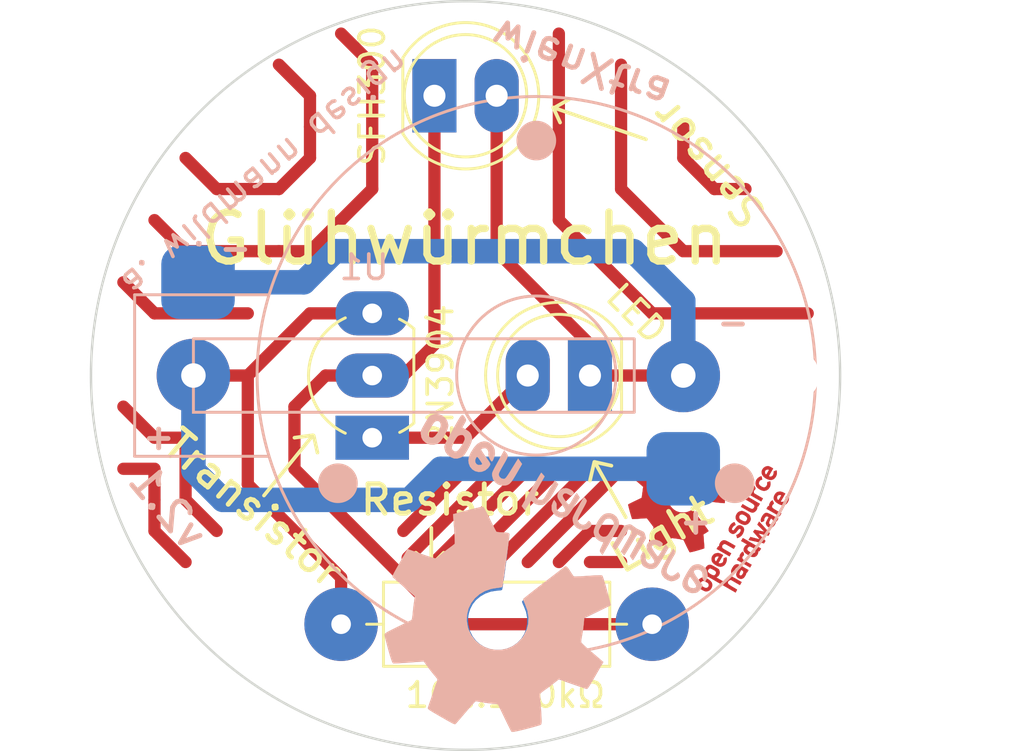
<source format=kicad_pcb>
(kicad_pcb (version 20211014) (generator pcbnew)
  (layers (0 "F.Cu" signal) (31 "B.Cu" signal) (34 "B.Paste" user) (35 "F.Paste" user) (36 "B.SilkS" user "B.Silkscreen") (37 "F.SilkS" user "F.Silkscreen") (38 "B.Mask" user) (39 "F.Mask" user) (44 "Edge.Cuts" user))
  (net 0 "")
  (net 1 "Net-(D1-Pad1)")
  (net 2 "Net-(D2-Pad1)")
  (net 3 "Net-(D1-Pad2)")
  (net 4 "Net-(Q1-Pad3)")
  (footprint "MountingHole:MountingHole_2.2mm_M2" (layer "F.Cu") (at 73.025 98.044)
    (fp_text reference "2" hide)
    (fp_text value "MountingHole_2.2mm_M2")
  )
  (footprint "gluhwurmchen:R_Axial_12.7mm_handsolder" (layer "F.Cu") (at 77.47 99.06)
    (fp_text reference "R1" hide)
    (fp_text value "10...100kΩ")
  )
  (footprint "Symbol:OSHW-Logo_5.7x6mm_Copper" (layer "F.Cu") (at 92.1004 94.2848 60)
    (fp_text reference "REF**" hide)
    (fp_text value "OSHW-Logo_5.7x6mm_Copper" hide)
  )
  (footprint "MountingHole:MountingHole_2.2mm_M2" (layer "F.Cu") (at 95.885 88.9)
    (fp_text reference "1" hide)
    (fp_text value "MountingHole_2.2mm_M2")
  )
  (footprint "gluhwurmchen:SolderWirePad_1x01_SMD_2x2mm" (layer "F.Cu") (at 71.628 85.09 -90)
    (fp_text reference "J2" hide)
    (fp_text value "GND_ext")
  )
  (footprint "gluhwurmchen:LED_D5.0mm_Clear_handsolder" (layer "F.Cu") (at 81.28 77.47)
    (fp_text reference "D2" hide)
    (fp_text value "SFH300")
  )
  (footprint "MountingHole:MountingHole_2.2mm_M2" (layer "F.Cu") (at 73.914 78.613)
    (fp_text reference "3" hide)
    (fp_text value "MountingHole_2.2mm_M2")
  )
  (footprint "gluhwurmchen:SolderWirePad_1x01_SMD_2x2mm" (layer "F.Cu") (at 91.44 92.71 90)
    (fp_text reference "J1" hide)
    (fp_text value "3V_ext")
  )
  (footprint "gluhwurmchen:TO-92L_Inline_Handsolder" (layer "F.Cu") (at 78.74 91.44 90)
    (fp_text reference "Q1" hide)
    (fp_text value "2N3904")
  )
  (footprint "gluhwurmchen:LED_D5.0mm_handsolder" (layer "F.Cu") (at 87.63 88.9 180)
    (fp_text reference "D1" hide)
    (fp_text value "LED")
  )
  (footprint "Symbol:OSHW-Symbol_8.9x8mm_Copper" (layer "B.Cu") (at 83.6422 99.2632 -30)
    (fp_text reference "REF**" hide)
    (fp_text value "OSHW-Symbol_8.9x8mm_Copper" hide)
  )
  (footprint "gluhwurmchen:CR2032_batteryholder" (layer "B.Cu") (at 85.44 88.9)
    (fp_text reference "U1")
    (fp_text value "CR2032")
  )
  (footprint "Symbol:OSHW-Logo2_14.6x12mm_SilkScreen" (layer "B.Cu") (at 84.328 98.044 -30)
    (fp_text reference "REF**" hide)
    (fp_text value "OSHW-Logo2_14.6x12mm_SilkScreen" hide)
  )
  (gr_line (start 76.3524 91.3638) (end 76.5048 92.0496) (layer "F.SilkS") (width 0.15))
  (gr_line (start 81.153 96.647) (end 81.661 96.139) (layer "F.SilkS") (width 0.15))
  (gr_line (start 87.8205 92.4306) (end 89.0905 94.6912) (layer "F.SilkS") (width 0.15))
  (gr_line (start 81.153 96.647) (end 80.518 96.139) (layer "F.SilkS") (width 0.15))
  (gr_line (start 86.1314 77.9526) (end 86.4108 78.5622) (layer "F.SilkS") (width 0.15))
  (gr_line (start 86.1822 77.9526) (end 86.7664 77.6224) (layer "F.SilkS") (width 0.15))
  (gr_line (start 87.8078 92.4306) (end 87.63 93.1926) (layer "F.SilkS") (width 0.15))
  (gr_line (start 81.153 95.123) (end 81.153 96.647) (layer "F.SilkS") (width 0.15))
  (gr_line (start 76.327 91.3384) (end 75.565 91.44) (layer "F.SilkS") (width 0.15))
  (gr_line (start 87.8205 92.4306) (end 88.5063 92.583) (layer "F.SilkS") (width 0.15))
  (gr_line (start 86.1314 77.9526) (end 89.916 79.248) (layer "F.SilkS") (width 0.15))
  (gr_line (start 74.3204 93.8022) (end 76.3016 91.3638) (layer "F.SilkS") (width 0.15))
  (gr_circle (center 82.55 88.9) (end 93.98 78.74) (layer "Edge.Cuts") (width 0.1) (fill none))
  (gr_text "v2.1" (at 70.4088 94.2848 -50) (layer "B.SilkS") (effects (font (size 1.2 1.2) (thickness 0.2)) (justify mirror)))
  (gr_text "a. wildmann design" (at 74.3712 80.5942 220) (layer "B.SilkS") (effects (font (size 1 1)) (justify mirror)))
  (gr_text "+" (at 91.948 94.996 180) (layer "B.SilkS") (effects (font (size 1 1) (thickness 0.2)) (justify mirror)))
  (gr_text "-" (at 73.152 83.82 180) (layer "B.SilkS") (effects (font (size 1 1) (thickness 0.2)) (justify mirror)))
  (gr_text "wienXtra" (at 87.2744 76.1746 160) (layer "B.SilkS") (effects (font (size 1.2 1.2) (thickness 0.2)) (justify mirror)))
  (gr_text "Transistor" (at 73.8886 94.3102 -40) (layer "F.SilkS") (effects (font (size 1.2 1.2) (thickness 0.2))))
  (gr_text "Resistor" (at 81.915 93.98) (layer "F.SilkS") (effects (font (size 1.2 1.2) (thickness 0.2))))
  (gr_text "Sensor" (at 92.456 80.264 -230) (layer "F.SilkS") (effects (font (size 1.2 1.2) (thickness 0.2))))
  (gr_text "Glühwürmchen" (at 82.4992 83.312) (layer "F.SilkS") (effects (font (size 2 2) (thickness 0.3))))
  (gr_text "Light" (at 90.551 95.377 30) (layer "F.SilkS") (effects (font (size 1.2 1.2) (thickness 0.2))))
  (segment (start 81.28 95.25) (end 80.187475 96.342525) (width 0.5) (layer "F.Cu") (net 0))
  (segment (start 92.71 81.28) (end 93.98 81.28) (width 0.5) (layer "F.Cu") (net 0))
  (segment (start 69.85 92.71) (end 69.85 93.98) (width 0.5) (layer "F.Cu") (net 0))
  (segment (start 69.85 95.25) (end 71.12 96.52) (width 0.5) (layer "F.Cu") (net 0))
  (segment (start 72.39 81.28) (end 71.12 80.01) (width 0.5) (layer "F.Cu") (net 0))
  (segment (start 87.63 96.52) (end 88.9 96.52) (width 0.5) (layer "F.Cu") (net 0))
  (segment (start 80.01 93.98) (end 78.74 93.98) (width 0.5) (layer "F.Cu") (net 0))
  (segment (start 88.9 92.71) (end 85.09 96.52) (width 0.5) (layer "F.Cu") (net 0))
  (segment (start 81.28 96.52) (end 85.09 92.71) (width 0.5) (layer "F.Cu") (net 0))
  (segment (start 81.28 92.71) (end 80.01 93.98) (width 0.5) (layer "F.Cu") (net 0))
  (segment (start 87.63 95.25) (end 88.9 95.25) (width 0.5) (layer "F.Cu") (net 0))
  (segment (start 86.36 92.71) (end 82.55 96.52) (width 0.5) (layer "F.Cu") (net 0))
  (segment (start 68.58 92.71) (end 69.85 92.71) (width 0.5) (layer "F.Cu") (net 0))
  (segment (start 68.58 90.17) (end 69.85 91.44) (width 0.5) (layer "F.Cu") (net 0))
  (segment (start 91.44 80.01) (end 92.71 81.28) (width 0.5) (layer "F.Cu") (net 0))
  (segment (start 71.12 91.44) (end 71.12 93.98) (width 0.5) (layer "F.Cu") (net 0))
  (segment (start 74.93 76.2) (end 76.2 77.47) (width 0.5) (layer "F.Cu") (net 0))
  (segment (start 80.01 95.25) (end 82.55 92.71) (width 0.5) (layer "F.Cu") (net 0))
  (segment (start 88.9 81.28) (end 91.44 83.82) (width 0.5) (layer "F.Cu") (net 0))
  (segment (start 91.44 83.82) (end 95.25 83.82) (width 0.5) (layer "F.Cu") (net 0))
  (segment (start 83.82 92.71) (end 81.28 95.25) (width 0.5) (layer "F.Cu") (net 0))
  (segment (start 86.36 96.52) (end 87.63 95.25) (width 0.5) (layer "F.Cu") (net 0))
  (segment (start 83.82 96.52) (end 87.63 92.71) (width 0.5) (layer "F.Cu") (net 0))
  (segment (start 76.2 77.47) (end 76.2 78.74) (width 0.5) (layer "F.Cu") (net 0))
  (segment (start 71.12 93.98) (end 72.39 95.25) (width 0.5) (layer "F.Cu") (net 0))
  (segment (start 76.2 80.01) (end 74.93 81.28) (width 0.5) (layer "F.Cu") (net 0))
  (segment (start 69.85 91.44) (end 71.12 91.44) (width 0.5) (layer "F.Cu") (net 0))
  (segment (start 69.85 93.98) (end 69.85 95.25) (width 0.5) (layer "F.Cu") (net 0))
  (segment (start 88.9 76.2) (end 88.9 81.28) (width 0.5) (layer "F.Cu") (net 0))
  (segment (start 91.44 78.74) (end 91.44 80.01) (width 0.5) (layer "F.Cu") (net 0))
  (segment (start 76.2 78.74) (end 76.2 80.01) (width 0.5) (layer "F.Cu") (net 0))
  (segment (start 74.93 81.28) (end 72.39 81.28) (width 0.5) (layer "F.Cu") (net 0))
  (segment (start 86.36 82.55) (end 90.17 86.36) (width 0.5) (layer "F.Cu") (net 0))
  (segment (start 90.17 86.36) (end 96.52 86.36) (width 0.5) (layer "F.Cu") (net 0))
  (segment (start 86.36 74.93) (end 86.36 82.55) (width 0.5) (layer "F.Cu") (net 0))
  (segment (start 68.58 85.09) (end 69.85 86.36) (width 0.5) (layer "F.Cu") (net 1))
  (segment (start 87.63 88.9) (end 91.44 88.9) (width 0.5) (layer "F.Cu") (net 1))
  (segment (start 76.2 83.82) (end 77.47 82.55) (width 0.5) (layer "F.Cu") (net 1))
  (segment (start 83.82 83.82) (end 83.82 77.47) (width 0.5) (layer "F.Cu") (net 1))
  (segment (start 71.12 83.82) (end 74.93 83.82) (width 0.5) (layer "F.Cu") (net 1))
  (segment (start 69.85 82.55) (end 71.12 83.82) (width 0.5) (layer "F.Cu") (net 1))
  (segment (start 87.63 87.63) (end 83.82 83.82) (width 0.5) (layer "F.Cu") (net 1))
  (segment (start 69.85 86.36) (end 73.66 86.36) (width 0.5) (layer "F.Cu") (net 1))
  (segment (start 87.63 88.9) (end 87.63 87.63) (width 0.5) (layer "F.Cu") (net 1))
  (segment (start 77.47 82.55) (end 78.74 81.28) (width 0.5) (layer "F.Cu") (net 1))
  (segment (start 74.93 83.82) (end 76.2 83.82) (width 0.5) (layer "F.Cu") (net 1))
  (segment (start 78.74 81.28) (end 78.74 76.2) (width 0.5) (layer "F.Cu") (net 1))
  (segment (start 78.74 76.2) (end 77.47 74.93) (width 0.5) (layer "F.Cu") (net 1))
  (segment (start 75.946 85.09) (end 77.216 83.82) (width 1) (layer "B.Cu") (net 1))
  (segment (start 75.946 85.09) (end 71.628 85.09) (width 1) (layer "B.Cu") (net 1))
  (segment (start 77.216 83.82) (end 89.408 83.82) (width 1) (layer "B.Cu") (net 1))
  (segment (start 91.44 85.852) (end 91.44 88.9) (width 1) (layer "B.Cu") (net 1))
  (segment (start 89.408 83.82) (end 91.44 85.852) (width 1) (layer "B.Cu") (net 1))
  (segment (start 80.01 88.9) (end 81.28 87.63) (width 0.5) (layer "F.Cu") (net 2))
  (segment (start 81.915 99.06) (end 90.17 99.06) (width 0.5) (layer "F.Cu") (net 2))
  (segment (start 78.74 88.9) (end 76.835 88.9) (width 0.5) (layer "F.Cu") (net 2))
  (segment (start 81.28 87.63) (end 81.28 77.47) (width 0.5) (layer "F.Cu") (net 2))
  (segment (start 75.565 92.71) (end 81.915 99.06) (width 0.5) (layer "F.Cu") (net 2))
  (segment (start 75.565 90.17) (end 75.565 92.71) (width 0.5) (layer "F.Cu") (net 2))
  (segment (start 76.835 88.9) (end 75.565 90.17) (width 0.5) (layer "F.Cu") (net 2))
  (segment (start 78.74 88.9) (end 80.01 88.9) (width 0.5) (layer "F.Cu") (net 2))
  (segment (start 78.74 91.44) (end 82.55 91.44) (width 0.5) (layer "F.Cu") (net 3))
  (segment (start 82.55 91.44) (end 85.09 88.9) (width 0.5) (layer "F.Cu") (net 3))
  (segment (start 78.74 86.36) (end 76.2 86.36) (width 0.5) (layer "F.Cu") (net 4))
  (segment (start 77.47 97.155) (end 73.66 93.345) (width 0.5) (layer "F.Cu") (net 4))
  (segment (start 76.2 86.36) (end 73.66 88.9) (width 0.5) (layer "F.Cu") (net 4))
  (segment (start 77.47 99.06) (end 77.47 97.155) (width 0.5) (layer "F.Cu") (net 4))
  (segment (start 73.66 88.9) (end 71.44 88.9) (width 0.5) (layer "F.Cu") (net 4))
  (segment (start 73.66 93.345) (end 73.66 88.9) (width 0.5) (layer "F.Cu") (net 4))
  (segment (start 80.264 93.98) (end 72.644 93.98) (width 1) (layer "B.Cu") (net 4))
  (segment (start 91.44 92.71) (end 81.534 92.71) (width 1) (layer "B.Cu") (net 4))
  (segment (start 72.644 93.98) (end 71.44 92.776) (width 1) (layer "B.Cu") (net 4))
  (segment (start 81.534 92.71) (end 80.264 93.98) (width 1) (layer "B.Cu") (net 4))
  (segment (start 71.44 92.776) (end 71.44 88.9) (width 1) (layer "B.Cu") (net 4))
)
</source>
